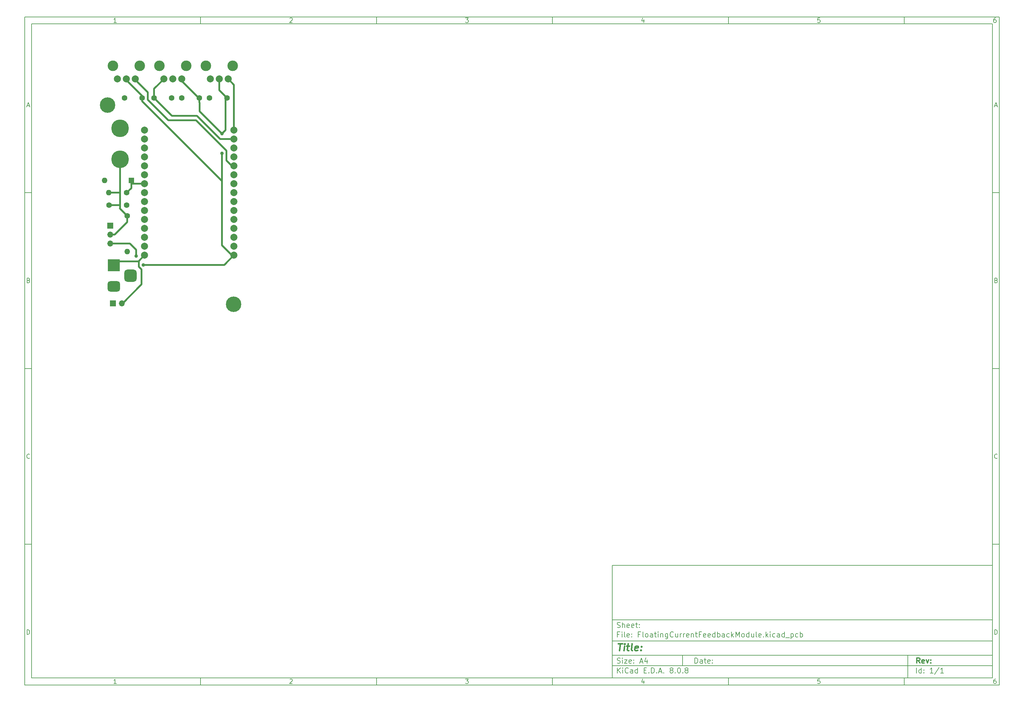
<source format=gbr>
%TF.GenerationSoftware,KiCad,Pcbnew,8.0.8*%
%TF.CreationDate,2025-05-01T12:34:51+01:00*%
%TF.ProjectId,FloatingCurrentFeedbackModule,466c6f61-7469-46e6-9743-757272656e74,rev?*%
%TF.SameCoordinates,Original*%
%TF.FileFunction,Copper,L1,Top*%
%TF.FilePolarity,Positive*%
%FSLAX46Y46*%
G04 Gerber Fmt 4.6, Leading zero omitted, Abs format (unit mm)*
G04 Created by KiCad (PCBNEW 8.0.8) date 2025-05-01 12:34:51*
%MOMM*%
%LPD*%
G01*
G04 APERTURE LIST*
G04 Aperture macros list*
%AMRoundRect*
0 Rectangle with rounded corners*
0 $1 Rounding radius*
0 $2 $3 $4 $5 $6 $7 $8 $9 X,Y pos of 4 corners*
0 Add a 4 corners polygon primitive as box body*
4,1,4,$2,$3,$4,$5,$6,$7,$8,$9,$2,$3,0*
0 Add four circle primitives for the rounded corners*
1,1,$1+$1,$2,$3*
1,1,$1+$1,$4,$5*
1,1,$1+$1,$6,$7*
1,1,$1+$1,$8,$9*
0 Add four rect primitives between the rounded corners*
20,1,$1+$1,$2,$3,$4,$5,0*
20,1,$1+$1,$4,$5,$6,$7,0*
20,1,$1+$1,$6,$7,$8,$9,0*
20,1,$1+$1,$8,$9,$2,$3,0*%
G04 Aperture macros list end*
%ADD10C,0.100000*%
%ADD11C,0.150000*%
%ADD12C,0.300000*%
%ADD13C,0.400000*%
%TA.AperFunction,ComponentPad*%
%ADD14O,1.600000X1.600000*%
%TD*%
%TA.AperFunction,ComponentPad*%
%ADD15C,1.600000*%
%TD*%
%TA.AperFunction,ComponentPad*%
%ADD16R,3.500000X3.500000*%
%TD*%
%TA.AperFunction,ComponentPad*%
%ADD17RoundRect,0.750000X1.000000X-0.750000X1.000000X0.750000X-1.000000X0.750000X-1.000000X-0.750000X0*%
%TD*%
%TA.AperFunction,ComponentPad*%
%ADD18RoundRect,0.875000X0.875000X-0.875000X0.875000X0.875000X-0.875000X0.875000X-0.875000X-0.875000X0*%
%TD*%
%TA.AperFunction,ComponentPad*%
%ADD19C,5.000000*%
%TD*%
%TA.AperFunction,ComponentPad*%
%ADD20R,1.700000X1.700000*%
%TD*%
%TA.AperFunction,ComponentPad*%
%ADD21O,1.700000X1.700000*%
%TD*%
%TA.AperFunction,ComponentPad*%
%ADD22C,2.000000*%
%TD*%
%TA.AperFunction,WasherPad*%
%ADD23C,3.000000*%
%TD*%
%TA.AperFunction,ComponentPad*%
%ADD24R,1.600000X1.600000*%
%TD*%
%TA.AperFunction,ComponentPad*%
%ADD25C,4.400000*%
%TD*%
%TA.AperFunction,ViaPad*%
%ADD26C,1.000000*%
%TD*%
%TA.AperFunction,Conductor*%
%ADD27C,0.500000*%
%TD*%
G04 APERTURE END LIST*
D10*
D11*
X177002200Y-166007200D02*
X285002200Y-166007200D01*
X285002200Y-198007200D01*
X177002200Y-198007200D01*
X177002200Y-166007200D01*
D10*
D11*
X10000000Y-10000000D02*
X287002200Y-10000000D01*
X287002200Y-200007200D01*
X10000000Y-200007200D01*
X10000000Y-10000000D01*
D10*
D11*
X12000000Y-12000000D02*
X285002200Y-12000000D01*
X285002200Y-198007200D01*
X12000000Y-198007200D01*
X12000000Y-12000000D01*
D10*
D11*
X60000000Y-12000000D02*
X60000000Y-10000000D01*
D10*
D11*
X110000000Y-12000000D02*
X110000000Y-10000000D01*
D10*
D11*
X160000000Y-12000000D02*
X160000000Y-10000000D01*
D10*
D11*
X210000000Y-12000000D02*
X210000000Y-10000000D01*
D10*
D11*
X260000000Y-12000000D02*
X260000000Y-10000000D01*
D10*
D11*
X36089160Y-11593604D02*
X35346303Y-11593604D01*
X35717731Y-11593604D02*
X35717731Y-10293604D01*
X35717731Y-10293604D02*
X35593922Y-10479319D01*
X35593922Y-10479319D02*
X35470112Y-10603128D01*
X35470112Y-10603128D02*
X35346303Y-10665033D01*
D10*
D11*
X85346303Y-10417414D02*
X85408207Y-10355509D01*
X85408207Y-10355509D02*
X85532017Y-10293604D01*
X85532017Y-10293604D02*
X85841541Y-10293604D01*
X85841541Y-10293604D02*
X85965350Y-10355509D01*
X85965350Y-10355509D02*
X86027255Y-10417414D01*
X86027255Y-10417414D02*
X86089160Y-10541223D01*
X86089160Y-10541223D02*
X86089160Y-10665033D01*
X86089160Y-10665033D02*
X86027255Y-10850747D01*
X86027255Y-10850747D02*
X85284398Y-11593604D01*
X85284398Y-11593604D02*
X86089160Y-11593604D01*
D10*
D11*
X135284398Y-10293604D02*
X136089160Y-10293604D01*
X136089160Y-10293604D02*
X135655826Y-10788842D01*
X135655826Y-10788842D02*
X135841541Y-10788842D01*
X135841541Y-10788842D02*
X135965350Y-10850747D01*
X135965350Y-10850747D02*
X136027255Y-10912652D01*
X136027255Y-10912652D02*
X136089160Y-11036461D01*
X136089160Y-11036461D02*
X136089160Y-11345985D01*
X136089160Y-11345985D02*
X136027255Y-11469795D01*
X136027255Y-11469795D02*
X135965350Y-11531700D01*
X135965350Y-11531700D02*
X135841541Y-11593604D01*
X135841541Y-11593604D02*
X135470112Y-11593604D01*
X135470112Y-11593604D02*
X135346303Y-11531700D01*
X135346303Y-11531700D02*
X135284398Y-11469795D01*
D10*
D11*
X185965350Y-10726938D02*
X185965350Y-11593604D01*
X185655826Y-10231700D02*
X185346303Y-11160271D01*
X185346303Y-11160271D02*
X186151064Y-11160271D01*
D10*
D11*
X236027255Y-10293604D02*
X235408207Y-10293604D01*
X235408207Y-10293604D02*
X235346303Y-10912652D01*
X235346303Y-10912652D02*
X235408207Y-10850747D01*
X235408207Y-10850747D02*
X235532017Y-10788842D01*
X235532017Y-10788842D02*
X235841541Y-10788842D01*
X235841541Y-10788842D02*
X235965350Y-10850747D01*
X235965350Y-10850747D02*
X236027255Y-10912652D01*
X236027255Y-10912652D02*
X236089160Y-11036461D01*
X236089160Y-11036461D02*
X236089160Y-11345985D01*
X236089160Y-11345985D02*
X236027255Y-11469795D01*
X236027255Y-11469795D02*
X235965350Y-11531700D01*
X235965350Y-11531700D02*
X235841541Y-11593604D01*
X235841541Y-11593604D02*
X235532017Y-11593604D01*
X235532017Y-11593604D02*
X235408207Y-11531700D01*
X235408207Y-11531700D02*
X235346303Y-11469795D01*
D10*
D11*
X285965350Y-10293604D02*
X285717731Y-10293604D01*
X285717731Y-10293604D02*
X285593922Y-10355509D01*
X285593922Y-10355509D02*
X285532017Y-10417414D01*
X285532017Y-10417414D02*
X285408207Y-10603128D01*
X285408207Y-10603128D02*
X285346303Y-10850747D01*
X285346303Y-10850747D02*
X285346303Y-11345985D01*
X285346303Y-11345985D02*
X285408207Y-11469795D01*
X285408207Y-11469795D02*
X285470112Y-11531700D01*
X285470112Y-11531700D02*
X285593922Y-11593604D01*
X285593922Y-11593604D02*
X285841541Y-11593604D01*
X285841541Y-11593604D02*
X285965350Y-11531700D01*
X285965350Y-11531700D02*
X286027255Y-11469795D01*
X286027255Y-11469795D02*
X286089160Y-11345985D01*
X286089160Y-11345985D02*
X286089160Y-11036461D01*
X286089160Y-11036461D02*
X286027255Y-10912652D01*
X286027255Y-10912652D02*
X285965350Y-10850747D01*
X285965350Y-10850747D02*
X285841541Y-10788842D01*
X285841541Y-10788842D02*
X285593922Y-10788842D01*
X285593922Y-10788842D02*
X285470112Y-10850747D01*
X285470112Y-10850747D02*
X285408207Y-10912652D01*
X285408207Y-10912652D02*
X285346303Y-11036461D01*
D10*
D11*
X60000000Y-198007200D02*
X60000000Y-200007200D01*
D10*
D11*
X110000000Y-198007200D02*
X110000000Y-200007200D01*
D10*
D11*
X160000000Y-198007200D02*
X160000000Y-200007200D01*
D10*
D11*
X210000000Y-198007200D02*
X210000000Y-200007200D01*
D10*
D11*
X260000000Y-198007200D02*
X260000000Y-200007200D01*
D10*
D11*
X36089160Y-199600804D02*
X35346303Y-199600804D01*
X35717731Y-199600804D02*
X35717731Y-198300804D01*
X35717731Y-198300804D02*
X35593922Y-198486519D01*
X35593922Y-198486519D02*
X35470112Y-198610328D01*
X35470112Y-198610328D02*
X35346303Y-198672233D01*
D10*
D11*
X85346303Y-198424614D02*
X85408207Y-198362709D01*
X85408207Y-198362709D02*
X85532017Y-198300804D01*
X85532017Y-198300804D02*
X85841541Y-198300804D01*
X85841541Y-198300804D02*
X85965350Y-198362709D01*
X85965350Y-198362709D02*
X86027255Y-198424614D01*
X86027255Y-198424614D02*
X86089160Y-198548423D01*
X86089160Y-198548423D02*
X86089160Y-198672233D01*
X86089160Y-198672233D02*
X86027255Y-198857947D01*
X86027255Y-198857947D02*
X85284398Y-199600804D01*
X85284398Y-199600804D02*
X86089160Y-199600804D01*
D10*
D11*
X135284398Y-198300804D02*
X136089160Y-198300804D01*
X136089160Y-198300804D02*
X135655826Y-198796042D01*
X135655826Y-198796042D02*
X135841541Y-198796042D01*
X135841541Y-198796042D02*
X135965350Y-198857947D01*
X135965350Y-198857947D02*
X136027255Y-198919852D01*
X136027255Y-198919852D02*
X136089160Y-199043661D01*
X136089160Y-199043661D02*
X136089160Y-199353185D01*
X136089160Y-199353185D02*
X136027255Y-199476995D01*
X136027255Y-199476995D02*
X135965350Y-199538900D01*
X135965350Y-199538900D02*
X135841541Y-199600804D01*
X135841541Y-199600804D02*
X135470112Y-199600804D01*
X135470112Y-199600804D02*
X135346303Y-199538900D01*
X135346303Y-199538900D02*
X135284398Y-199476995D01*
D10*
D11*
X185965350Y-198734138D02*
X185965350Y-199600804D01*
X185655826Y-198238900D02*
X185346303Y-199167471D01*
X185346303Y-199167471D02*
X186151064Y-199167471D01*
D10*
D11*
X236027255Y-198300804D02*
X235408207Y-198300804D01*
X235408207Y-198300804D02*
X235346303Y-198919852D01*
X235346303Y-198919852D02*
X235408207Y-198857947D01*
X235408207Y-198857947D02*
X235532017Y-198796042D01*
X235532017Y-198796042D02*
X235841541Y-198796042D01*
X235841541Y-198796042D02*
X235965350Y-198857947D01*
X235965350Y-198857947D02*
X236027255Y-198919852D01*
X236027255Y-198919852D02*
X236089160Y-199043661D01*
X236089160Y-199043661D02*
X236089160Y-199353185D01*
X236089160Y-199353185D02*
X236027255Y-199476995D01*
X236027255Y-199476995D02*
X235965350Y-199538900D01*
X235965350Y-199538900D02*
X235841541Y-199600804D01*
X235841541Y-199600804D02*
X235532017Y-199600804D01*
X235532017Y-199600804D02*
X235408207Y-199538900D01*
X235408207Y-199538900D02*
X235346303Y-199476995D01*
D10*
D11*
X285965350Y-198300804D02*
X285717731Y-198300804D01*
X285717731Y-198300804D02*
X285593922Y-198362709D01*
X285593922Y-198362709D02*
X285532017Y-198424614D01*
X285532017Y-198424614D02*
X285408207Y-198610328D01*
X285408207Y-198610328D02*
X285346303Y-198857947D01*
X285346303Y-198857947D02*
X285346303Y-199353185D01*
X285346303Y-199353185D02*
X285408207Y-199476995D01*
X285408207Y-199476995D02*
X285470112Y-199538900D01*
X285470112Y-199538900D02*
X285593922Y-199600804D01*
X285593922Y-199600804D02*
X285841541Y-199600804D01*
X285841541Y-199600804D02*
X285965350Y-199538900D01*
X285965350Y-199538900D02*
X286027255Y-199476995D01*
X286027255Y-199476995D02*
X286089160Y-199353185D01*
X286089160Y-199353185D02*
X286089160Y-199043661D01*
X286089160Y-199043661D02*
X286027255Y-198919852D01*
X286027255Y-198919852D02*
X285965350Y-198857947D01*
X285965350Y-198857947D02*
X285841541Y-198796042D01*
X285841541Y-198796042D02*
X285593922Y-198796042D01*
X285593922Y-198796042D02*
X285470112Y-198857947D01*
X285470112Y-198857947D02*
X285408207Y-198919852D01*
X285408207Y-198919852D02*
X285346303Y-199043661D01*
D10*
D11*
X10000000Y-60000000D02*
X12000000Y-60000000D01*
D10*
D11*
X10000000Y-110000000D02*
X12000000Y-110000000D01*
D10*
D11*
X10000000Y-160000000D02*
X12000000Y-160000000D01*
D10*
D11*
X10690476Y-35222176D02*
X11309523Y-35222176D01*
X10566666Y-35593604D02*
X10999999Y-34293604D01*
X10999999Y-34293604D02*
X11433333Y-35593604D01*
D10*
D11*
X11092857Y-84912652D02*
X11278571Y-84974557D01*
X11278571Y-84974557D02*
X11340476Y-85036461D01*
X11340476Y-85036461D02*
X11402380Y-85160271D01*
X11402380Y-85160271D02*
X11402380Y-85345985D01*
X11402380Y-85345985D02*
X11340476Y-85469795D01*
X11340476Y-85469795D02*
X11278571Y-85531700D01*
X11278571Y-85531700D02*
X11154761Y-85593604D01*
X11154761Y-85593604D02*
X10659523Y-85593604D01*
X10659523Y-85593604D02*
X10659523Y-84293604D01*
X10659523Y-84293604D02*
X11092857Y-84293604D01*
X11092857Y-84293604D02*
X11216666Y-84355509D01*
X11216666Y-84355509D02*
X11278571Y-84417414D01*
X11278571Y-84417414D02*
X11340476Y-84541223D01*
X11340476Y-84541223D02*
X11340476Y-84665033D01*
X11340476Y-84665033D02*
X11278571Y-84788842D01*
X11278571Y-84788842D02*
X11216666Y-84850747D01*
X11216666Y-84850747D02*
X11092857Y-84912652D01*
X11092857Y-84912652D02*
X10659523Y-84912652D01*
D10*
D11*
X11402380Y-135469795D02*
X11340476Y-135531700D01*
X11340476Y-135531700D02*
X11154761Y-135593604D01*
X11154761Y-135593604D02*
X11030952Y-135593604D01*
X11030952Y-135593604D02*
X10845238Y-135531700D01*
X10845238Y-135531700D02*
X10721428Y-135407890D01*
X10721428Y-135407890D02*
X10659523Y-135284080D01*
X10659523Y-135284080D02*
X10597619Y-135036461D01*
X10597619Y-135036461D02*
X10597619Y-134850747D01*
X10597619Y-134850747D02*
X10659523Y-134603128D01*
X10659523Y-134603128D02*
X10721428Y-134479319D01*
X10721428Y-134479319D02*
X10845238Y-134355509D01*
X10845238Y-134355509D02*
X11030952Y-134293604D01*
X11030952Y-134293604D02*
X11154761Y-134293604D01*
X11154761Y-134293604D02*
X11340476Y-134355509D01*
X11340476Y-134355509D02*
X11402380Y-134417414D01*
D10*
D11*
X10659523Y-185593604D02*
X10659523Y-184293604D01*
X10659523Y-184293604D02*
X10969047Y-184293604D01*
X10969047Y-184293604D02*
X11154761Y-184355509D01*
X11154761Y-184355509D02*
X11278571Y-184479319D01*
X11278571Y-184479319D02*
X11340476Y-184603128D01*
X11340476Y-184603128D02*
X11402380Y-184850747D01*
X11402380Y-184850747D02*
X11402380Y-185036461D01*
X11402380Y-185036461D02*
X11340476Y-185284080D01*
X11340476Y-185284080D02*
X11278571Y-185407890D01*
X11278571Y-185407890D02*
X11154761Y-185531700D01*
X11154761Y-185531700D02*
X10969047Y-185593604D01*
X10969047Y-185593604D02*
X10659523Y-185593604D01*
D10*
D11*
X287002200Y-60000000D02*
X285002200Y-60000000D01*
D10*
D11*
X287002200Y-110000000D02*
X285002200Y-110000000D01*
D10*
D11*
X287002200Y-160000000D02*
X285002200Y-160000000D01*
D10*
D11*
X285692676Y-35222176D02*
X286311723Y-35222176D01*
X285568866Y-35593604D02*
X286002199Y-34293604D01*
X286002199Y-34293604D02*
X286435533Y-35593604D01*
D10*
D11*
X286095057Y-84912652D02*
X286280771Y-84974557D01*
X286280771Y-84974557D02*
X286342676Y-85036461D01*
X286342676Y-85036461D02*
X286404580Y-85160271D01*
X286404580Y-85160271D02*
X286404580Y-85345985D01*
X286404580Y-85345985D02*
X286342676Y-85469795D01*
X286342676Y-85469795D02*
X286280771Y-85531700D01*
X286280771Y-85531700D02*
X286156961Y-85593604D01*
X286156961Y-85593604D02*
X285661723Y-85593604D01*
X285661723Y-85593604D02*
X285661723Y-84293604D01*
X285661723Y-84293604D02*
X286095057Y-84293604D01*
X286095057Y-84293604D02*
X286218866Y-84355509D01*
X286218866Y-84355509D02*
X286280771Y-84417414D01*
X286280771Y-84417414D02*
X286342676Y-84541223D01*
X286342676Y-84541223D02*
X286342676Y-84665033D01*
X286342676Y-84665033D02*
X286280771Y-84788842D01*
X286280771Y-84788842D02*
X286218866Y-84850747D01*
X286218866Y-84850747D02*
X286095057Y-84912652D01*
X286095057Y-84912652D02*
X285661723Y-84912652D01*
D10*
D11*
X286404580Y-135469795D02*
X286342676Y-135531700D01*
X286342676Y-135531700D02*
X286156961Y-135593604D01*
X286156961Y-135593604D02*
X286033152Y-135593604D01*
X286033152Y-135593604D02*
X285847438Y-135531700D01*
X285847438Y-135531700D02*
X285723628Y-135407890D01*
X285723628Y-135407890D02*
X285661723Y-135284080D01*
X285661723Y-135284080D02*
X285599819Y-135036461D01*
X285599819Y-135036461D02*
X285599819Y-134850747D01*
X285599819Y-134850747D02*
X285661723Y-134603128D01*
X285661723Y-134603128D02*
X285723628Y-134479319D01*
X285723628Y-134479319D02*
X285847438Y-134355509D01*
X285847438Y-134355509D02*
X286033152Y-134293604D01*
X286033152Y-134293604D02*
X286156961Y-134293604D01*
X286156961Y-134293604D02*
X286342676Y-134355509D01*
X286342676Y-134355509D02*
X286404580Y-134417414D01*
D10*
D11*
X285661723Y-185593604D02*
X285661723Y-184293604D01*
X285661723Y-184293604D02*
X285971247Y-184293604D01*
X285971247Y-184293604D02*
X286156961Y-184355509D01*
X286156961Y-184355509D02*
X286280771Y-184479319D01*
X286280771Y-184479319D02*
X286342676Y-184603128D01*
X286342676Y-184603128D02*
X286404580Y-184850747D01*
X286404580Y-184850747D02*
X286404580Y-185036461D01*
X286404580Y-185036461D02*
X286342676Y-185284080D01*
X286342676Y-185284080D02*
X286280771Y-185407890D01*
X286280771Y-185407890D02*
X286156961Y-185531700D01*
X286156961Y-185531700D02*
X285971247Y-185593604D01*
X285971247Y-185593604D02*
X285661723Y-185593604D01*
D10*
D11*
X200458026Y-193793328D02*
X200458026Y-192293328D01*
X200458026Y-192293328D02*
X200815169Y-192293328D01*
X200815169Y-192293328D02*
X201029455Y-192364757D01*
X201029455Y-192364757D02*
X201172312Y-192507614D01*
X201172312Y-192507614D02*
X201243741Y-192650471D01*
X201243741Y-192650471D02*
X201315169Y-192936185D01*
X201315169Y-192936185D02*
X201315169Y-193150471D01*
X201315169Y-193150471D02*
X201243741Y-193436185D01*
X201243741Y-193436185D02*
X201172312Y-193579042D01*
X201172312Y-193579042D02*
X201029455Y-193721900D01*
X201029455Y-193721900D02*
X200815169Y-193793328D01*
X200815169Y-193793328D02*
X200458026Y-193793328D01*
X202600884Y-193793328D02*
X202600884Y-193007614D01*
X202600884Y-193007614D02*
X202529455Y-192864757D01*
X202529455Y-192864757D02*
X202386598Y-192793328D01*
X202386598Y-192793328D02*
X202100884Y-192793328D01*
X202100884Y-192793328D02*
X201958026Y-192864757D01*
X202600884Y-193721900D02*
X202458026Y-193793328D01*
X202458026Y-193793328D02*
X202100884Y-193793328D01*
X202100884Y-193793328D02*
X201958026Y-193721900D01*
X201958026Y-193721900D02*
X201886598Y-193579042D01*
X201886598Y-193579042D02*
X201886598Y-193436185D01*
X201886598Y-193436185D02*
X201958026Y-193293328D01*
X201958026Y-193293328D02*
X202100884Y-193221900D01*
X202100884Y-193221900D02*
X202458026Y-193221900D01*
X202458026Y-193221900D02*
X202600884Y-193150471D01*
X203100884Y-192793328D02*
X203672312Y-192793328D01*
X203315169Y-192293328D02*
X203315169Y-193579042D01*
X203315169Y-193579042D02*
X203386598Y-193721900D01*
X203386598Y-193721900D02*
X203529455Y-193793328D01*
X203529455Y-193793328D02*
X203672312Y-193793328D01*
X204743741Y-193721900D02*
X204600884Y-193793328D01*
X204600884Y-193793328D02*
X204315170Y-193793328D01*
X204315170Y-193793328D02*
X204172312Y-193721900D01*
X204172312Y-193721900D02*
X204100884Y-193579042D01*
X204100884Y-193579042D02*
X204100884Y-193007614D01*
X204100884Y-193007614D02*
X204172312Y-192864757D01*
X204172312Y-192864757D02*
X204315170Y-192793328D01*
X204315170Y-192793328D02*
X204600884Y-192793328D01*
X204600884Y-192793328D02*
X204743741Y-192864757D01*
X204743741Y-192864757D02*
X204815170Y-193007614D01*
X204815170Y-193007614D02*
X204815170Y-193150471D01*
X204815170Y-193150471D02*
X204100884Y-193293328D01*
X205458026Y-193650471D02*
X205529455Y-193721900D01*
X205529455Y-193721900D02*
X205458026Y-193793328D01*
X205458026Y-193793328D02*
X205386598Y-193721900D01*
X205386598Y-193721900D02*
X205458026Y-193650471D01*
X205458026Y-193650471D02*
X205458026Y-193793328D01*
X205458026Y-192864757D02*
X205529455Y-192936185D01*
X205529455Y-192936185D02*
X205458026Y-193007614D01*
X205458026Y-193007614D02*
X205386598Y-192936185D01*
X205386598Y-192936185D02*
X205458026Y-192864757D01*
X205458026Y-192864757D02*
X205458026Y-193007614D01*
D10*
D11*
X177002200Y-194507200D02*
X285002200Y-194507200D01*
D10*
D11*
X178458026Y-196593328D02*
X178458026Y-195093328D01*
X179315169Y-196593328D02*
X178672312Y-195736185D01*
X179315169Y-195093328D02*
X178458026Y-195950471D01*
X179958026Y-196593328D02*
X179958026Y-195593328D01*
X179958026Y-195093328D02*
X179886598Y-195164757D01*
X179886598Y-195164757D02*
X179958026Y-195236185D01*
X179958026Y-195236185D02*
X180029455Y-195164757D01*
X180029455Y-195164757D02*
X179958026Y-195093328D01*
X179958026Y-195093328D02*
X179958026Y-195236185D01*
X181529455Y-196450471D02*
X181458027Y-196521900D01*
X181458027Y-196521900D02*
X181243741Y-196593328D01*
X181243741Y-196593328D02*
X181100884Y-196593328D01*
X181100884Y-196593328D02*
X180886598Y-196521900D01*
X180886598Y-196521900D02*
X180743741Y-196379042D01*
X180743741Y-196379042D02*
X180672312Y-196236185D01*
X180672312Y-196236185D02*
X180600884Y-195950471D01*
X180600884Y-195950471D02*
X180600884Y-195736185D01*
X180600884Y-195736185D02*
X180672312Y-195450471D01*
X180672312Y-195450471D02*
X180743741Y-195307614D01*
X180743741Y-195307614D02*
X180886598Y-195164757D01*
X180886598Y-195164757D02*
X181100884Y-195093328D01*
X181100884Y-195093328D02*
X181243741Y-195093328D01*
X181243741Y-195093328D02*
X181458027Y-195164757D01*
X181458027Y-195164757D02*
X181529455Y-195236185D01*
X182815170Y-196593328D02*
X182815170Y-195807614D01*
X182815170Y-195807614D02*
X182743741Y-195664757D01*
X182743741Y-195664757D02*
X182600884Y-195593328D01*
X182600884Y-195593328D02*
X182315170Y-195593328D01*
X182315170Y-195593328D02*
X182172312Y-195664757D01*
X182815170Y-196521900D02*
X182672312Y-196593328D01*
X182672312Y-196593328D02*
X182315170Y-196593328D01*
X182315170Y-196593328D02*
X182172312Y-196521900D01*
X182172312Y-196521900D02*
X182100884Y-196379042D01*
X182100884Y-196379042D02*
X182100884Y-196236185D01*
X182100884Y-196236185D02*
X182172312Y-196093328D01*
X182172312Y-196093328D02*
X182315170Y-196021900D01*
X182315170Y-196021900D02*
X182672312Y-196021900D01*
X182672312Y-196021900D02*
X182815170Y-195950471D01*
X184172313Y-196593328D02*
X184172313Y-195093328D01*
X184172313Y-196521900D02*
X184029455Y-196593328D01*
X184029455Y-196593328D02*
X183743741Y-196593328D01*
X183743741Y-196593328D02*
X183600884Y-196521900D01*
X183600884Y-196521900D02*
X183529455Y-196450471D01*
X183529455Y-196450471D02*
X183458027Y-196307614D01*
X183458027Y-196307614D02*
X183458027Y-195879042D01*
X183458027Y-195879042D02*
X183529455Y-195736185D01*
X183529455Y-195736185D02*
X183600884Y-195664757D01*
X183600884Y-195664757D02*
X183743741Y-195593328D01*
X183743741Y-195593328D02*
X184029455Y-195593328D01*
X184029455Y-195593328D02*
X184172313Y-195664757D01*
X186029455Y-195807614D02*
X186529455Y-195807614D01*
X186743741Y-196593328D02*
X186029455Y-196593328D01*
X186029455Y-196593328D02*
X186029455Y-195093328D01*
X186029455Y-195093328D02*
X186743741Y-195093328D01*
X187386598Y-196450471D02*
X187458027Y-196521900D01*
X187458027Y-196521900D02*
X187386598Y-196593328D01*
X187386598Y-196593328D02*
X187315170Y-196521900D01*
X187315170Y-196521900D02*
X187386598Y-196450471D01*
X187386598Y-196450471D02*
X187386598Y-196593328D01*
X188100884Y-196593328D02*
X188100884Y-195093328D01*
X188100884Y-195093328D02*
X188458027Y-195093328D01*
X188458027Y-195093328D02*
X188672313Y-195164757D01*
X188672313Y-195164757D02*
X188815170Y-195307614D01*
X188815170Y-195307614D02*
X188886599Y-195450471D01*
X188886599Y-195450471D02*
X188958027Y-195736185D01*
X188958027Y-195736185D02*
X188958027Y-195950471D01*
X188958027Y-195950471D02*
X188886599Y-196236185D01*
X188886599Y-196236185D02*
X188815170Y-196379042D01*
X188815170Y-196379042D02*
X188672313Y-196521900D01*
X188672313Y-196521900D02*
X188458027Y-196593328D01*
X188458027Y-196593328D02*
X188100884Y-196593328D01*
X189600884Y-196450471D02*
X189672313Y-196521900D01*
X189672313Y-196521900D02*
X189600884Y-196593328D01*
X189600884Y-196593328D02*
X189529456Y-196521900D01*
X189529456Y-196521900D02*
X189600884Y-196450471D01*
X189600884Y-196450471D02*
X189600884Y-196593328D01*
X190243742Y-196164757D02*
X190958028Y-196164757D01*
X190100885Y-196593328D02*
X190600885Y-195093328D01*
X190600885Y-195093328D02*
X191100885Y-196593328D01*
X191600884Y-196450471D02*
X191672313Y-196521900D01*
X191672313Y-196521900D02*
X191600884Y-196593328D01*
X191600884Y-196593328D02*
X191529456Y-196521900D01*
X191529456Y-196521900D02*
X191600884Y-196450471D01*
X191600884Y-196450471D02*
X191600884Y-196593328D01*
X193672313Y-195736185D02*
X193529456Y-195664757D01*
X193529456Y-195664757D02*
X193458027Y-195593328D01*
X193458027Y-195593328D02*
X193386599Y-195450471D01*
X193386599Y-195450471D02*
X193386599Y-195379042D01*
X193386599Y-195379042D02*
X193458027Y-195236185D01*
X193458027Y-195236185D02*
X193529456Y-195164757D01*
X193529456Y-195164757D02*
X193672313Y-195093328D01*
X193672313Y-195093328D02*
X193958027Y-195093328D01*
X193958027Y-195093328D02*
X194100885Y-195164757D01*
X194100885Y-195164757D02*
X194172313Y-195236185D01*
X194172313Y-195236185D02*
X194243742Y-195379042D01*
X194243742Y-195379042D02*
X194243742Y-195450471D01*
X194243742Y-195450471D02*
X194172313Y-195593328D01*
X194172313Y-195593328D02*
X194100885Y-195664757D01*
X194100885Y-195664757D02*
X193958027Y-195736185D01*
X193958027Y-195736185D02*
X193672313Y-195736185D01*
X193672313Y-195736185D02*
X193529456Y-195807614D01*
X193529456Y-195807614D02*
X193458027Y-195879042D01*
X193458027Y-195879042D02*
X193386599Y-196021900D01*
X193386599Y-196021900D02*
X193386599Y-196307614D01*
X193386599Y-196307614D02*
X193458027Y-196450471D01*
X193458027Y-196450471D02*
X193529456Y-196521900D01*
X193529456Y-196521900D02*
X193672313Y-196593328D01*
X193672313Y-196593328D02*
X193958027Y-196593328D01*
X193958027Y-196593328D02*
X194100885Y-196521900D01*
X194100885Y-196521900D02*
X194172313Y-196450471D01*
X194172313Y-196450471D02*
X194243742Y-196307614D01*
X194243742Y-196307614D02*
X194243742Y-196021900D01*
X194243742Y-196021900D02*
X194172313Y-195879042D01*
X194172313Y-195879042D02*
X194100885Y-195807614D01*
X194100885Y-195807614D02*
X193958027Y-195736185D01*
X194886598Y-196450471D02*
X194958027Y-196521900D01*
X194958027Y-196521900D02*
X194886598Y-196593328D01*
X194886598Y-196593328D02*
X194815170Y-196521900D01*
X194815170Y-196521900D02*
X194886598Y-196450471D01*
X194886598Y-196450471D02*
X194886598Y-196593328D01*
X195886599Y-195093328D02*
X196029456Y-195093328D01*
X196029456Y-195093328D02*
X196172313Y-195164757D01*
X196172313Y-195164757D02*
X196243742Y-195236185D01*
X196243742Y-195236185D02*
X196315170Y-195379042D01*
X196315170Y-195379042D02*
X196386599Y-195664757D01*
X196386599Y-195664757D02*
X196386599Y-196021900D01*
X196386599Y-196021900D02*
X196315170Y-196307614D01*
X196315170Y-196307614D02*
X196243742Y-196450471D01*
X196243742Y-196450471D02*
X196172313Y-196521900D01*
X196172313Y-196521900D02*
X196029456Y-196593328D01*
X196029456Y-196593328D02*
X195886599Y-196593328D01*
X195886599Y-196593328D02*
X195743742Y-196521900D01*
X195743742Y-196521900D02*
X195672313Y-196450471D01*
X195672313Y-196450471D02*
X195600884Y-196307614D01*
X195600884Y-196307614D02*
X195529456Y-196021900D01*
X195529456Y-196021900D02*
X195529456Y-195664757D01*
X195529456Y-195664757D02*
X195600884Y-195379042D01*
X195600884Y-195379042D02*
X195672313Y-195236185D01*
X195672313Y-195236185D02*
X195743742Y-195164757D01*
X195743742Y-195164757D02*
X195886599Y-195093328D01*
X197029455Y-196450471D02*
X197100884Y-196521900D01*
X197100884Y-196521900D02*
X197029455Y-196593328D01*
X197029455Y-196593328D02*
X196958027Y-196521900D01*
X196958027Y-196521900D02*
X197029455Y-196450471D01*
X197029455Y-196450471D02*
X197029455Y-196593328D01*
X197958027Y-195736185D02*
X197815170Y-195664757D01*
X197815170Y-195664757D02*
X197743741Y-195593328D01*
X197743741Y-195593328D02*
X197672313Y-195450471D01*
X197672313Y-195450471D02*
X197672313Y-195379042D01*
X197672313Y-195379042D02*
X197743741Y-195236185D01*
X197743741Y-195236185D02*
X197815170Y-195164757D01*
X197815170Y-195164757D02*
X197958027Y-195093328D01*
X197958027Y-195093328D02*
X198243741Y-195093328D01*
X198243741Y-195093328D02*
X198386599Y-195164757D01*
X198386599Y-195164757D02*
X198458027Y-195236185D01*
X198458027Y-195236185D02*
X198529456Y-195379042D01*
X198529456Y-195379042D02*
X198529456Y-195450471D01*
X198529456Y-195450471D02*
X198458027Y-195593328D01*
X198458027Y-195593328D02*
X198386599Y-195664757D01*
X198386599Y-195664757D02*
X198243741Y-195736185D01*
X198243741Y-195736185D02*
X197958027Y-195736185D01*
X197958027Y-195736185D02*
X197815170Y-195807614D01*
X197815170Y-195807614D02*
X197743741Y-195879042D01*
X197743741Y-195879042D02*
X197672313Y-196021900D01*
X197672313Y-196021900D02*
X197672313Y-196307614D01*
X197672313Y-196307614D02*
X197743741Y-196450471D01*
X197743741Y-196450471D02*
X197815170Y-196521900D01*
X197815170Y-196521900D02*
X197958027Y-196593328D01*
X197958027Y-196593328D02*
X198243741Y-196593328D01*
X198243741Y-196593328D02*
X198386599Y-196521900D01*
X198386599Y-196521900D02*
X198458027Y-196450471D01*
X198458027Y-196450471D02*
X198529456Y-196307614D01*
X198529456Y-196307614D02*
X198529456Y-196021900D01*
X198529456Y-196021900D02*
X198458027Y-195879042D01*
X198458027Y-195879042D02*
X198386599Y-195807614D01*
X198386599Y-195807614D02*
X198243741Y-195736185D01*
D10*
D11*
X177002200Y-191507200D02*
X285002200Y-191507200D01*
D10*
D12*
X264413853Y-193785528D02*
X263913853Y-193071242D01*
X263556710Y-193785528D02*
X263556710Y-192285528D01*
X263556710Y-192285528D02*
X264128139Y-192285528D01*
X264128139Y-192285528D02*
X264270996Y-192356957D01*
X264270996Y-192356957D02*
X264342425Y-192428385D01*
X264342425Y-192428385D02*
X264413853Y-192571242D01*
X264413853Y-192571242D02*
X264413853Y-192785528D01*
X264413853Y-192785528D02*
X264342425Y-192928385D01*
X264342425Y-192928385D02*
X264270996Y-192999814D01*
X264270996Y-192999814D02*
X264128139Y-193071242D01*
X264128139Y-193071242D02*
X263556710Y-193071242D01*
X265628139Y-193714100D02*
X265485282Y-193785528D01*
X265485282Y-193785528D02*
X265199568Y-193785528D01*
X265199568Y-193785528D02*
X265056710Y-193714100D01*
X265056710Y-193714100D02*
X264985282Y-193571242D01*
X264985282Y-193571242D02*
X264985282Y-192999814D01*
X264985282Y-192999814D02*
X265056710Y-192856957D01*
X265056710Y-192856957D02*
X265199568Y-192785528D01*
X265199568Y-192785528D02*
X265485282Y-192785528D01*
X265485282Y-192785528D02*
X265628139Y-192856957D01*
X265628139Y-192856957D02*
X265699568Y-192999814D01*
X265699568Y-192999814D02*
X265699568Y-193142671D01*
X265699568Y-193142671D02*
X264985282Y-193285528D01*
X266199567Y-192785528D02*
X266556710Y-193785528D01*
X266556710Y-193785528D02*
X266913853Y-192785528D01*
X267485281Y-193642671D02*
X267556710Y-193714100D01*
X267556710Y-193714100D02*
X267485281Y-193785528D01*
X267485281Y-193785528D02*
X267413853Y-193714100D01*
X267413853Y-193714100D02*
X267485281Y-193642671D01*
X267485281Y-193642671D02*
X267485281Y-193785528D01*
X267485281Y-192856957D02*
X267556710Y-192928385D01*
X267556710Y-192928385D02*
X267485281Y-192999814D01*
X267485281Y-192999814D02*
X267413853Y-192928385D01*
X267413853Y-192928385D02*
X267485281Y-192856957D01*
X267485281Y-192856957D02*
X267485281Y-192999814D01*
D10*
D11*
X178386598Y-193721900D02*
X178600884Y-193793328D01*
X178600884Y-193793328D02*
X178958026Y-193793328D01*
X178958026Y-193793328D02*
X179100884Y-193721900D01*
X179100884Y-193721900D02*
X179172312Y-193650471D01*
X179172312Y-193650471D02*
X179243741Y-193507614D01*
X179243741Y-193507614D02*
X179243741Y-193364757D01*
X179243741Y-193364757D02*
X179172312Y-193221900D01*
X179172312Y-193221900D02*
X179100884Y-193150471D01*
X179100884Y-193150471D02*
X178958026Y-193079042D01*
X178958026Y-193079042D02*
X178672312Y-193007614D01*
X178672312Y-193007614D02*
X178529455Y-192936185D01*
X178529455Y-192936185D02*
X178458026Y-192864757D01*
X178458026Y-192864757D02*
X178386598Y-192721900D01*
X178386598Y-192721900D02*
X178386598Y-192579042D01*
X178386598Y-192579042D02*
X178458026Y-192436185D01*
X178458026Y-192436185D02*
X178529455Y-192364757D01*
X178529455Y-192364757D02*
X178672312Y-192293328D01*
X178672312Y-192293328D02*
X179029455Y-192293328D01*
X179029455Y-192293328D02*
X179243741Y-192364757D01*
X179886597Y-193793328D02*
X179886597Y-192793328D01*
X179886597Y-192293328D02*
X179815169Y-192364757D01*
X179815169Y-192364757D02*
X179886597Y-192436185D01*
X179886597Y-192436185D02*
X179958026Y-192364757D01*
X179958026Y-192364757D02*
X179886597Y-192293328D01*
X179886597Y-192293328D02*
X179886597Y-192436185D01*
X180458026Y-192793328D02*
X181243741Y-192793328D01*
X181243741Y-192793328D02*
X180458026Y-193793328D01*
X180458026Y-193793328D02*
X181243741Y-193793328D01*
X182386598Y-193721900D02*
X182243741Y-193793328D01*
X182243741Y-193793328D02*
X181958027Y-193793328D01*
X181958027Y-193793328D02*
X181815169Y-193721900D01*
X181815169Y-193721900D02*
X181743741Y-193579042D01*
X181743741Y-193579042D02*
X181743741Y-193007614D01*
X181743741Y-193007614D02*
X181815169Y-192864757D01*
X181815169Y-192864757D02*
X181958027Y-192793328D01*
X181958027Y-192793328D02*
X182243741Y-192793328D01*
X182243741Y-192793328D02*
X182386598Y-192864757D01*
X182386598Y-192864757D02*
X182458027Y-193007614D01*
X182458027Y-193007614D02*
X182458027Y-193150471D01*
X182458027Y-193150471D02*
X181743741Y-193293328D01*
X183100883Y-193650471D02*
X183172312Y-193721900D01*
X183172312Y-193721900D02*
X183100883Y-193793328D01*
X183100883Y-193793328D02*
X183029455Y-193721900D01*
X183029455Y-193721900D02*
X183100883Y-193650471D01*
X183100883Y-193650471D02*
X183100883Y-193793328D01*
X183100883Y-192864757D02*
X183172312Y-192936185D01*
X183172312Y-192936185D02*
X183100883Y-193007614D01*
X183100883Y-193007614D02*
X183029455Y-192936185D01*
X183029455Y-192936185D02*
X183100883Y-192864757D01*
X183100883Y-192864757D02*
X183100883Y-193007614D01*
X184886598Y-193364757D02*
X185600884Y-193364757D01*
X184743741Y-193793328D02*
X185243741Y-192293328D01*
X185243741Y-192293328D02*
X185743741Y-193793328D01*
X186886598Y-192793328D02*
X186886598Y-193793328D01*
X186529455Y-192221900D02*
X186172312Y-193293328D01*
X186172312Y-193293328D02*
X187100883Y-193293328D01*
D10*
D11*
X263458026Y-196593328D02*
X263458026Y-195093328D01*
X264815170Y-196593328D02*
X264815170Y-195093328D01*
X264815170Y-196521900D02*
X264672312Y-196593328D01*
X264672312Y-196593328D02*
X264386598Y-196593328D01*
X264386598Y-196593328D02*
X264243741Y-196521900D01*
X264243741Y-196521900D02*
X264172312Y-196450471D01*
X264172312Y-196450471D02*
X264100884Y-196307614D01*
X264100884Y-196307614D02*
X264100884Y-195879042D01*
X264100884Y-195879042D02*
X264172312Y-195736185D01*
X264172312Y-195736185D02*
X264243741Y-195664757D01*
X264243741Y-195664757D02*
X264386598Y-195593328D01*
X264386598Y-195593328D02*
X264672312Y-195593328D01*
X264672312Y-195593328D02*
X264815170Y-195664757D01*
X265529455Y-196450471D02*
X265600884Y-196521900D01*
X265600884Y-196521900D02*
X265529455Y-196593328D01*
X265529455Y-196593328D02*
X265458027Y-196521900D01*
X265458027Y-196521900D02*
X265529455Y-196450471D01*
X265529455Y-196450471D02*
X265529455Y-196593328D01*
X265529455Y-195664757D02*
X265600884Y-195736185D01*
X265600884Y-195736185D02*
X265529455Y-195807614D01*
X265529455Y-195807614D02*
X265458027Y-195736185D01*
X265458027Y-195736185D02*
X265529455Y-195664757D01*
X265529455Y-195664757D02*
X265529455Y-195807614D01*
X268172313Y-196593328D02*
X267315170Y-196593328D01*
X267743741Y-196593328D02*
X267743741Y-195093328D01*
X267743741Y-195093328D02*
X267600884Y-195307614D01*
X267600884Y-195307614D02*
X267458027Y-195450471D01*
X267458027Y-195450471D02*
X267315170Y-195521900D01*
X269886598Y-195021900D02*
X268600884Y-196950471D01*
X271172313Y-196593328D02*
X270315170Y-196593328D01*
X270743741Y-196593328D02*
X270743741Y-195093328D01*
X270743741Y-195093328D02*
X270600884Y-195307614D01*
X270600884Y-195307614D02*
X270458027Y-195450471D01*
X270458027Y-195450471D02*
X270315170Y-195521900D01*
D10*
D11*
X177002200Y-187507200D02*
X285002200Y-187507200D01*
D10*
D13*
X178693928Y-188211638D02*
X179836785Y-188211638D01*
X179015357Y-190211638D02*
X179265357Y-188211638D01*
X180253452Y-190211638D02*
X180420119Y-188878304D01*
X180503452Y-188211638D02*
X180396309Y-188306876D01*
X180396309Y-188306876D02*
X180479643Y-188402114D01*
X180479643Y-188402114D02*
X180586786Y-188306876D01*
X180586786Y-188306876D02*
X180503452Y-188211638D01*
X180503452Y-188211638D02*
X180479643Y-188402114D01*
X181086786Y-188878304D02*
X181848690Y-188878304D01*
X181455833Y-188211638D02*
X181241548Y-189925923D01*
X181241548Y-189925923D02*
X181312976Y-190116400D01*
X181312976Y-190116400D02*
X181491548Y-190211638D01*
X181491548Y-190211638D02*
X181682024Y-190211638D01*
X182634405Y-190211638D02*
X182455833Y-190116400D01*
X182455833Y-190116400D02*
X182384405Y-189925923D01*
X182384405Y-189925923D02*
X182598690Y-188211638D01*
X184170119Y-190116400D02*
X183967738Y-190211638D01*
X183967738Y-190211638D02*
X183586785Y-190211638D01*
X183586785Y-190211638D02*
X183408214Y-190116400D01*
X183408214Y-190116400D02*
X183336785Y-189925923D01*
X183336785Y-189925923D02*
X183432024Y-189164019D01*
X183432024Y-189164019D02*
X183551071Y-188973542D01*
X183551071Y-188973542D02*
X183753452Y-188878304D01*
X183753452Y-188878304D02*
X184134404Y-188878304D01*
X184134404Y-188878304D02*
X184312976Y-188973542D01*
X184312976Y-188973542D02*
X184384404Y-189164019D01*
X184384404Y-189164019D02*
X184360595Y-189354495D01*
X184360595Y-189354495D02*
X183384404Y-189544971D01*
X185134405Y-190021161D02*
X185217738Y-190116400D01*
X185217738Y-190116400D02*
X185110595Y-190211638D01*
X185110595Y-190211638D02*
X185027262Y-190116400D01*
X185027262Y-190116400D02*
X185134405Y-190021161D01*
X185134405Y-190021161D02*
X185110595Y-190211638D01*
X185265357Y-188973542D02*
X185348690Y-189068780D01*
X185348690Y-189068780D02*
X185241548Y-189164019D01*
X185241548Y-189164019D02*
X185158214Y-189068780D01*
X185158214Y-189068780D02*
X185265357Y-188973542D01*
X185265357Y-188973542D02*
X185241548Y-189164019D01*
D10*
D11*
X178958026Y-185607614D02*
X178458026Y-185607614D01*
X178458026Y-186393328D02*
X178458026Y-184893328D01*
X178458026Y-184893328D02*
X179172312Y-184893328D01*
X179743740Y-186393328D02*
X179743740Y-185393328D01*
X179743740Y-184893328D02*
X179672312Y-184964757D01*
X179672312Y-184964757D02*
X179743740Y-185036185D01*
X179743740Y-185036185D02*
X179815169Y-184964757D01*
X179815169Y-184964757D02*
X179743740Y-184893328D01*
X179743740Y-184893328D02*
X179743740Y-185036185D01*
X180672312Y-186393328D02*
X180529455Y-186321900D01*
X180529455Y-186321900D02*
X180458026Y-186179042D01*
X180458026Y-186179042D02*
X180458026Y-184893328D01*
X181815169Y-186321900D02*
X181672312Y-186393328D01*
X181672312Y-186393328D02*
X181386598Y-186393328D01*
X181386598Y-186393328D02*
X181243740Y-186321900D01*
X181243740Y-186321900D02*
X181172312Y-186179042D01*
X181172312Y-186179042D02*
X181172312Y-185607614D01*
X181172312Y-185607614D02*
X181243740Y-185464757D01*
X181243740Y-185464757D02*
X181386598Y-185393328D01*
X181386598Y-185393328D02*
X181672312Y-185393328D01*
X181672312Y-185393328D02*
X181815169Y-185464757D01*
X181815169Y-185464757D02*
X181886598Y-185607614D01*
X181886598Y-185607614D02*
X181886598Y-185750471D01*
X181886598Y-185750471D02*
X181172312Y-185893328D01*
X182529454Y-186250471D02*
X182600883Y-186321900D01*
X182600883Y-186321900D02*
X182529454Y-186393328D01*
X182529454Y-186393328D02*
X182458026Y-186321900D01*
X182458026Y-186321900D02*
X182529454Y-186250471D01*
X182529454Y-186250471D02*
X182529454Y-186393328D01*
X182529454Y-185464757D02*
X182600883Y-185536185D01*
X182600883Y-185536185D02*
X182529454Y-185607614D01*
X182529454Y-185607614D02*
X182458026Y-185536185D01*
X182458026Y-185536185D02*
X182529454Y-185464757D01*
X182529454Y-185464757D02*
X182529454Y-185607614D01*
X184886597Y-185607614D02*
X184386597Y-185607614D01*
X184386597Y-186393328D02*
X184386597Y-184893328D01*
X184386597Y-184893328D02*
X185100883Y-184893328D01*
X185886597Y-186393328D02*
X185743740Y-186321900D01*
X185743740Y-186321900D02*
X185672311Y-186179042D01*
X185672311Y-186179042D02*
X185672311Y-184893328D01*
X186672311Y-186393328D02*
X186529454Y-186321900D01*
X186529454Y-186321900D02*
X186458025Y-186250471D01*
X186458025Y-186250471D02*
X186386597Y-186107614D01*
X186386597Y-186107614D02*
X186386597Y-185679042D01*
X186386597Y-185679042D02*
X186458025Y-185536185D01*
X186458025Y-185536185D02*
X186529454Y-185464757D01*
X186529454Y-185464757D02*
X186672311Y-185393328D01*
X186672311Y-185393328D02*
X186886597Y-185393328D01*
X186886597Y-185393328D02*
X187029454Y-185464757D01*
X187029454Y-185464757D02*
X187100883Y-185536185D01*
X187100883Y-185536185D02*
X187172311Y-185679042D01*
X187172311Y-185679042D02*
X187172311Y-186107614D01*
X187172311Y-186107614D02*
X187100883Y-186250471D01*
X187100883Y-186250471D02*
X187029454Y-186321900D01*
X187029454Y-186321900D02*
X186886597Y-186393328D01*
X186886597Y-186393328D02*
X186672311Y-186393328D01*
X188458026Y-186393328D02*
X188458026Y-185607614D01*
X188458026Y-185607614D02*
X188386597Y-185464757D01*
X188386597Y-185464757D02*
X188243740Y-185393328D01*
X188243740Y-185393328D02*
X187958026Y-185393328D01*
X187958026Y-185393328D02*
X187815168Y-185464757D01*
X188458026Y-186321900D02*
X188315168Y-186393328D01*
X188315168Y-186393328D02*
X187958026Y-186393328D01*
X187958026Y-186393328D02*
X187815168Y-186321900D01*
X187815168Y-186321900D02*
X187743740Y-186179042D01*
X187743740Y-186179042D02*
X187743740Y-186036185D01*
X187743740Y-186036185D02*
X187815168Y-185893328D01*
X187815168Y-185893328D02*
X187958026Y-185821900D01*
X187958026Y-185821900D02*
X188315168Y-185821900D01*
X188315168Y-185821900D02*
X188458026Y-185750471D01*
X188958026Y-185393328D02*
X189529454Y-185393328D01*
X189172311Y-184893328D02*
X189172311Y-186179042D01*
X189172311Y-186179042D02*
X189243740Y-186321900D01*
X189243740Y-186321900D02*
X189386597Y-186393328D01*
X189386597Y-186393328D02*
X189529454Y-186393328D01*
X190029454Y-186393328D02*
X190029454Y-185393328D01*
X190029454Y-184893328D02*
X189958026Y-184964757D01*
X189958026Y-184964757D02*
X190029454Y-185036185D01*
X190029454Y-185036185D02*
X190100883Y-184964757D01*
X190100883Y-184964757D02*
X190029454Y-184893328D01*
X190029454Y-184893328D02*
X190029454Y-185036185D01*
X190743740Y-185393328D02*
X190743740Y-186393328D01*
X190743740Y-185536185D02*
X190815169Y-185464757D01*
X190815169Y-185464757D02*
X190958026Y-185393328D01*
X190958026Y-185393328D02*
X191172312Y-185393328D01*
X191172312Y-185393328D02*
X191315169Y-185464757D01*
X191315169Y-185464757D02*
X191386598Y-185607614D01*
X191386598Y-185607614D02*
X191386598Y-186393328D01*
X192743741Y-185393328D02*
X192743741Y-186607614D01*
X192743741Y-186607614D02*
X192672312Y-186750471D01*
X192672312Y-186750471D02*
X192600883Y-186821900D01*
X192600883Y-186821900D02*
X192458026Y-186893328D01*
X192458026Y-186893328D02*
X192243741Y-186893328D01*
X192243741Y-186893328D02*
X192100883Y-186821900D01*
X192743741Y-186321900D02*
X192600883Y-186393328D01*
X192600883Y-186393328D02*
X192315169Y-186393328D01*
X192315169Y-186393328D02*
X192172312Y-186321900D01*
X192172312Y-186321900D02*
X192100883Y-186250471D01*
X192100883Y-186250471D02*
X192029455Y-186107614D01*
X192029455Y-186107614D02*
X192029455Y-185679042D01*
X192029455Y-185679042D02*
X192100883Y-185536185D01*
X192100883Y-185536185D02*
X192172312Y-185464757D01*
X192172312Y-185464757D02*
X192315169Y-185393328D01*
X192315169Y-185393328D02*
X192600883Y-185393328D01*
X192600883Y-185393328D02*
X192743741Y-185464757D01*
X194315169Y-186250471D02*
X194243741Y-186321900D01*
X194243741Y-186321900D02*
X194029455Y-186393328D01*
X194029455Y-186393328D02*
X193886598Y-186393328D01*
X193886598Y-186393328D02*
X193672312Y-186321900D01*
X193672312Y-186321900D02*
X193529455Y-186179042D01*
X193529455Y-186179042D02*
X193458026Y-186036185D01*
X193458026Y-186036185D02*
X193386598Y-185750471D01*
X193386598Y-185750471D02*
X193386598Y-185536185D01*
X193386598Y-185536185D02*
X193458026Y-185250471D01*
X193458026Y-185250471D02*
X193529455Y-185107614D01*
X193529455Y-185107614D02*
X193672312Y-184964757D01*
X193672312Y-184964757D02*
X193886598Y-184893328D01*
X193886598Y-184893328D02*
X194029455Y-184893328D01*
X194029455Y-184893328D02*
X194243741Y-184964757D01*
X194243741Y-184964757D02*
X194315169Y-185036185D01*
X195600884Y-185393328D02*
X195600884Y-186393328D01*
X194958026Y-185393328D02*
X194958026Y-186179042D01*
X194958026Y-186179042D02*
X195029455Y-186321900D01*
X195029455Y-186321900D02*
X195172312Y-186393328D01*
X195172312Y-186393328D02*
X195386598Y-186393328D01*
X195386598Y-186393328D02*
X195529455Y-186321900D01*
X195529455Y-186321900D02*
X195600884Y-186250471D01*
X196315169Y-186393328D02*
X196315169Y-185393328D01*
X196315169Y-185679042D02*
X196386598Y-185536185D01*
X196386598Y-185536185D02*
X196458027Y-185464757D01*
X196458027Y-185464757D02*
X196600884Y-185393328D01*
X196600884Y-185393328D02*
X196743741Y-185393328D01*
X197243740Y-186393328D02*
X197243740Y-185393328D01*
X197243740Y-185679042D02*
X197315169Y-185536185D01*
X197315169Y-185536185D02*
X197386598Y-185464757D01*
X197386598Y-185464757D02*
X197529455Y-185393328D01*
X197529455Y-185393328D02*
X197672312Y-185393328D01*
X198743740Y-186321900D02*
X198600883Y-186393328D01*
X198600883Y-186393328D02*
X198315169Y-186393328D01*
X198315169Y-186393328D02*
X198172311Y-186321900D01*
X198172311Y-186321900D02*
X198100883Y-186179042D01*
X198100883Y-186179042D02*
X198100883Y-185607614D01*
X198100883Y-185607614D02*
X198172311Y-185464757D01*
X198172311Y-185464757D02*
X198315169Y-185393328D01*
X198315169Y-185393328D02*
X198600883Y-185393328D01*
X198600883Y-185393328D02*
X198743740Y-185464757D01*
X198743740Y-185464757D02*
X198815169Y-185607614D01*
X198815169Y-185607614D02*
X198815169Y-185750471D01*
X198815169Y-185750471D02*
X198100883Y-185893328D01*
X199458025Y-185393328D02*
X199458025Y-186393328D01*
X199458025Y-185536185D02*
X199529454Y-185464757D01*
X199529454Y-185464757D02*
X199672311Y-185393328D01*
X199672311Y-185393328D02*
X199886597Y-185393328D01*
X199886597Y-185393328D02*
X200029454Y-185464757D01*
X200029454Y-185464757D02*
X200100883Y-185607614D01*
X200100883Y-185607614D02*
X200100883Y-186393328D01*
X200600883Y-185393328D02*
X201172311Y-185393328D01*
X200815168Y-184893328D02*
X200815168Y-186179042D01*
X200815168Y-186179042D02*
X200886597Y-186321900D01*
X200886597Y-186321900D02*
X201029454Y-186393328D01*
X201029454Y-186393328D02*
X201172311Y-186393328D01*
X202172311Y-185607614D02*
X201672311Y-185607614D01*
X201672311Y-186393328D02*
X201672311Y-184893328D01*
X201672311Y-184893328D02*
X202386597Y-184893328D01*
X203529454Y-186321900D02*
X203386597Y-186393328D01*
X203386597Y-186393328D02*
X203100883Y-186393328D01*
X203100883Y-186393328D02*
X202958025Y-186321900D01*
X202958025Y-186321900D02*
X202886597Y-186179042D01*
X202886597Y-186179042D02*
X202886597Y-185607614D01*
X202886597Y-185607614D02*
X202958025Y-185464757D01*
X202958025Y-185464757D02*
X203100883Y-185393328D01*
X203100883Y-185393328D02*
X203386597Y-185393328D01*
X203386597Y-185393328D02*
X203529454Y-185464757D01*
X203529454Y-185464757D02*
X203600883Y-185607614D01*
X203600883Y-185607614D02*
X203600883Y-185750471D01*
X203600883Y-185750471D02*
X202886597Y-185893328D01*
X204815168Y-186321900D02*
X204672311Y-186393328D01*
X204672311Y-186393328D02*
X204386597Y-186393328D01*
X204386597Y-186393328D02*
X204243739Y-186321900D01*
X204243739Y-186321900D02*
X204172311Y-186179042D01*
X204172311Y-186179042D02*
X204172311Y-185607614D01*
X204172311Y-185607614D02*
X204243739Y-185464757D01*
X204243739Y-185464757D02*
X204386597Y-185393328D01*
X204386597Y-185393328D02*
X204672311Y-185393328D01*
X204672311Y-185393328D02*
X204815168Y-185464757D01*
X204815168Y-185464757D02*
X204886597Y-185607614D01*
X204886597Y-185607614D02*
X204886597Y-185750471D01*
X204886597Y-185750471D02*
X204172311Y-185893328D01*
X206172311Y-186393328D02*
X206172311Y-184893328D01*
X206172311Y-186321900D02*
X206029453Y-186393328D01*
X206029453Y-186393328D02*
X205743739Y-186393328D01*
X205743739Y-186393328D02*
X205600882Y-186321900D01*
X205600882Y-186321900D02*
X205529453Y-186250471D01*
X205529453Y-186250471D02*
X205458025Y-186107614D01*
X205458025Y-186107614D02*
X205458025Y-185679042D01*
X205458025Y-185679042D02*
X205529453Y-185536185D01*
X205529453Y-185536185D02*
X205600882Y-185464757D01*
X205600882Y-185464757D02*
X205743739Y-185393328D01*
X205743739Y-185393328D02*
X206029453Y-185393328D01*
X206029453Y-185393328D02*
X206172311Y-185464757D01*
X206886596Y-186393328D02*
X206886596Y-184893328D01*
X206886596Y-185464757D02*
X207029454Y-185393328D01*
X207029454Y-185393328D02*
X207315168Y-185393328D01*
X207315168Y-185393328D02*
X207458025Y-185464757D01*
X207458025Y-185464757D02*
X207529454Y-185536185D01*
X207529454Y-185536185D02*
X207600882Y-185679042D01*
X207600882Y-185679042D02*
X207600882Y-186107614D01*
X207600882Y-186107614D02*
X207529454Y-186250471D01*
X207529454Y-186250471D02*
X207458025Y-186321900D01*
X207458025Y-186321900D02*
X207315168Y-186393328D01*
X207315168Y-186393328D02*
X207029454Y-186393328D01*
X207029454Y-186393328D02*
X206886596Y-186321900D01*
X208886597Y-186393328D02*
X208886597Y-185607614D01*
X208886597Y-185607614D02*
X208815168Y-185464757D01*
X208815168Y-185464757D02*
X208672311Y-185393328D01*
X208672311Y-185393328D02*
X208386597Y-185393328D01*
X208386597Y-185393328D02*
X208243739Y-185464757D01*
X208886597Y-186321900D02*
X208743739Y-186393328D01*
X208743739Y-186393328D02*
X208386597Y-186393328D01*
X208386597Y-186393328D02*
X208243739Y-186321900D01*
X208243739Y-186321900D02*
X208172311Y-186179042D01*
X208172311Y-186179042D02*
X208172311Y-186036185D01*
X208172311Y-186036185D02*
X208243739Y-185893328D01*
X208243739Y-185893328D02*
X208386597Y-185821900D01*
X208386597Y-185821900D02*
X208743739Y-185821900D01*
X208743739Y-185821900D02*
X208886597Y-185750471D01*
X210243740Y-186321900D02*
X210100882Y-186393328D01*
X210100882Y-186393328D02*
X209815168Y-186393328D01*
X209815168Y-186393328D02*
X209672311Y-186321900D01*
X209672311Y-186321900D02*
X209600882Y-186250471D01*
X209600882Y-186250471D02*
X209529454Y-186107614D01*
X209529454Y-186107614D02*
X209529454Y-185679042D01*
X209529454Y-185679042D02*
X209600882Y-185536185D01*
X209600882Y-185536185D02*
X209672311Y-185464757D01*
X209672311Y-185464757D02*
X209815168Y-185393328D01*
X209815168Y-185393328D02*
X210100882Y-185393328D01*
X210100882Y-185393328D02*
X210243740Y-185464757D01*
X210886596Y-186393328D02*
X210886596Y-184893328D01*
X211029454Y-185821900D02*
X211458025Y-186393328D01*
X211458025Y-185393328D02*
X210886596Y-185964757D01*
X212100882Y-186393328D02*
X212100882Y-184893328D01*
X212100882Y-184893328D02*
X212600882Y-185964757D01*
X212600882Y-185964757D02*
X213100882Y-184893328D01*
X213100882Y-184893328D02*
X213100882Y-186393328D01*
X214029454Y-186393328D02*
X213886597Y-186321900D01*
X213886597Y-186321900D02*
X213815168Y-186250471D01*
X213815168Y-186250471D02*
X213743740Y-186107614D01*
X213743740Y-186107614D02*
X213743740Y-185679042D01*
X213743740Y-185679042D02*
X213815168Y-185536185D01*
X213815168Y-185536185D02*
X213886597Y-185464757D01*
X213886597Y-185464757D02*
X214029454Y-185393328D01*
X214029454Y-185393328D02*
X214243740Y-185393328D01*
X214243740Y-185393328D02*
X214386597Y-185464757D01*
X214386597Y-185464757D02*
X214458026Y-185536185D01*
X214458026Y-185536185D02*
X214529454Y-185679042D01*
X214529454Y-185679042D02*
X214529454Y-186107614D01*
X214529454Y-186107614D02*
X214458026Y-186250471D01*
X214458026Y-186250471D02*
X214386597Y-186321900D01*
X214386597Y-186321900D02*
X214243740Y-186393328D01*
X214243740Y-186393328D02*
X214029454Y-186393328D01*
X215815169Y-186393328D02*
X215815169Y-184893328D01*
X215815169Y-186321900D02*
X215672311Y-186393328D01*
X215672311Y-186393328D02*
X215386597Y-186393328D01*
X215386597Y-186393328D02*
X215243740Y-186321900D01*
X215243740Y-186321900D02*
X215172311Y-186250471D01*
X215172311Y-186250471D02*
X215100883Y-186107614D01*
X215100883Y-186107614D02*
X215100883Y-185679042D01*
X215100883Y-185679042D02*
X215172311Y-185536185D01*
X215172311Y-185536185D02*
X215243740Y-185464757D01*
X215243740Y-185464757D02*
X215386597Y-185393328D01*
X215386597Y-185393328D02*
X215672311Y-185393328D01*
X215672311Y-185393328D02*
X215815169Y-185464757D01*
X217172312Y-185393328D02*
X217172312Y-186393328D01*
X216529454Y-185393328D02*
X216529454Y-186179042D01*
X216529454Y-186179042D02*
X216600883Y-186321900D01*
X216600883Y-186321900D02*
X216743740Y-186393328D01*
X216743740Y-186393328D02*
X216958026Y-186393328D01*
X216958026Y-186393328D02*
X217100883Y-186321900D01*
X217100883Y-186321900D02*
X217172312Y-186250471D01*
X218100883Y-186393328D02*
X217958026Y-186321900D01*
X217958026Y-186321900D02*
X217886597Y-186179042D01*
X217886597Y-186179042D02*
X217886597Y-184893328D01*
X219243740Y-186321900D02*
X219100883Y-186393328D01*
X219100883Y-186393328D02*
X218815169Y-186393328D01*
X218815169Y-186393328D02*
X218672311Y-186321900D01*
X218672311Y-186321900D02*
X218600883Y-186179042D01*
X218600883Y-186179042D02*
X218600883Y-185607614D01*
X218600883Y-185607614D02*
X218672311Y-185464757D01*
X218672311Y-185464757D02*
X218815169Y-185393328D01*
X218815169Y-185393328D02*
X219100883Y-185393328D01*
X219100883Y-185393328D02*
X219243740Y-185464757D01*
X219243740Y-185464757D02*
X219315169Y-185607614D01*
X219315169Y-185607614D02*
X219315169Y-185750471D01*
X219315169Y-185750471D02*
X218600883Y-185893328D01*
X219958025Y-186250471D02*
X220029454Y-186321900D01*
X220029454Y-186321900D02*
X219958025Y-186393328D01*
X219958025Y-186393328D02*
X219886597Y-186321900D01*
X219886597Y-186321900D02*
X219958025Y-186250471D01*
X219958025Y-186250471D02*
X219958025Y-186393328D01*
X220672311Y-186393328D02*
X220672311Y-184893328D01*
X220815169Y-185821900D02*
X221243740Y-186393328D01*
X221243740Y-185393328D02*
X220672311Y-185964757D01*
X221886597Y-186393328D02*
X221886597Y-185393328D01*
X221886597Y-184893328D02*
X221815169Y-184964757D01*
X221815169Y-184964757D02*
X221886597Y-185036185D01*
X221886597Y-185036185D02*
X221958026Y-184964757D01*
X221958026Y-184964757D02*
X221886597Y-184893328D01*
X221886597Y-184893328D02*
X221886597Y-185036185D01*
X223243741Y-186321900D02*
X223100883Y-186393328D01*
X223100883Y-186393328D02*
X222815169Y-186393328D01*
X222815169Y-186393328D02*
X222672312Y-186321900D01*
X222672312Y-186321900D02*
X222600883Y-186250471D01*
X222600883Y-186250471D02*
X222529455Y-186107614D01*
X222529455Y-186107614D02*
X222529455Y-185679042D01*
X222529455Y-185679042D02*
X222600883Y-185536185D01*
X222600883Y-185536185D02*
X222672312Y-185464757D01*
X222672312Y-185464757D02*
X222815169Y-185393328D01*
X222815169Y-185393328D02*
X223100883Y-185393328D01*
X223100883Y-185393328D02*
X223243741Y-185464757D01*
X224529455Y-186393328D02*
X224529455Y-185607614D01*
X224529455Y-185607614D02*
X224458026Y-185464757D01*
X224458026Y-185464757D02*
X224315169Y-185393328D01*
X224315169Y-185393328D02*
X224029455Y-185393328D01*
X224029455Y-185393328D02*
X223886597Y-185464757D01*
X224529455Y-186321900D02*
X224386597Y-186393328D01*
X224386597Y-186393328D02*
X224029455Y-186393328D01*
X224029455Y-186393328D02*
X223886597Y-186321900D01*
X223886597Y-186321900D02*
X223815169Y-186179042D01*
X223815169Y-186179042D02*
X223815169Y-186036185D01*
X223815169Y-186036185D02*
X223886597Y-185893328D01*
X223886597Y-185893328D02*
X224029455Y-185821900D01*
X224029455Y-185821900D02*
X224386597Y-185821900D01*
X224386597Y-185821900D02*
X224529455Y-185750471D01*
X225886598Y-186393328D02*
X225886598Y-184893328D01*
X225886598Y-186321900D02*
X225743740Y-186393328D01*
X225743740Y-186393328D02*
X225458026Y-186393328D01*
X225458026Y-186393328D02*
X225315169Y-186321900D01*
X225315169Y-186321900D02*
X225243740Y-186250471D01*
X225243740Y-186250471D02*
X225172312Y-186107614D01*
X225172312Y-186107614D02*
X225172312Y-185679042D01*
X225172312Y-185679042D02*
X225243740Y-185536185D01*
X225243740Y-185536185D02*
X225315169Y-185464757D01*
X225315169Y-185464757D02*
X225458026Y-185393328D01*
X225458026Y-185393328D02*
X225743740Y-185393328D01*
X225743740Y-185393328D02*
X225886598Y-185464757D01*
X226243741Y-186536185D02*
X227386598Y-186536185D01*
X227743740Y-185393328D02*
X227743740Y-186893328D01*
X227743740Y-185464757D02*
X227886598Y-185393328D01*
X227886598Y-185393328D02*
X228172312Y-185393328D01*
X228172312Y-185393328D02*
X228315169Y-185464757D01*
X228315169Y-185464757D02*
X228386598Y-185536185D01*
X228386598Y-185536185D02*
X228458026Y-185679042D01*
X228458026Y-185679042D02*
X228458026Y-186107614D01*
X228458026Y-186107614D02*
X228386598Y-186250471D01*
X228386598Y-186250471D02*
X228315169Y-186321900D01*
X228315169Y-186321900D02*
X228172312Y-186393328D01*
X228172312Y-186393328D02*
X227886598Y-186393328D01*
X227886598Y-186393328D02*
X227743740Y-186321900D01*
X229743741Y-186321900D02*
X229600883Y-186393328D01*
X229600883Y-186393328D02*
X229315169Y-186393328D01*
X229315169Y-186393328D02*
X229172312Y-186321900D01*
X229172312Y-186321900D02*
X229100883Y-186250471D01*
X229100883Y-186250471D02*
X229029455Y-186107614D01*
X229029455Y-186107614D02*
X229029455Y-185679042D01*
X229029455Y-185679042D02*
X229100883Y-185536185D01*
X229100883Y-185536185D02*
X229172312Y-185464757D01*
X229172312Y-185464757D02*
X229315169Y-185393328D01*
X229315169Y-185393328D02*
X229600883Y-185393328D01*
X229600883Y-185393328D02*
X229743741Y-185464757D01*
X230386597Y-186393328D02*
X230386597Y-184893328D01*
X230386597Y-185464757D02*
X230529455Y-185393328D01*
X230529455Y-185393328D02*
X230815169Y-185393328D01*
X230815169Y-185393328D02*
X230958026Y-185464757D01*
X230958026Y-185464757D02*
X231029455Y-185536185D01*
X231029455Y-185536185D02*
X231100883Y-185679042D01*
X231100883Y-185679042D02*
X231100883Y-186107614D01*
X231100883Y-186107614D02*
X231029455Y-186250471D01*
X231029455Y-186250471D02*
X230958026Y-186321900D01*
X230958026Y-186321900D02*
X230815169Y-186393328D01*
X230815169Y-186393328D02*
X230529455Y-186393328D01*
X230529455Y-186393328D02*
X230386597Y-186321900D01*
D10*
D11*
X177002200Y-181507200D02*
X285002200Y-181507200D01*
D10*
D11*
X178386598Y-183621900D02*
X178600884Y-183693328D01*
X178600884Y-183693328D02*
X178958026Y-183693328D01*
X178958026Y-183693328D02*
X179100884Y-183621900D01*
X179100884Y-183621900D02*
X179172312Y-183550471D01*
X179172312Y-183550471D02*
X179243741Y-183407614D01*
X179243741Y-183407614D02*
X179243741Y-183264757D01*
X179243741Y-183264757D02*
X179172312Y-183121900D01*
X179172312Y-183121900D02*
X179100884Y-183050471D01*
X179100884Y-183050471D02*
X178958026Y-182979042D01*
X178958026Y-182979042D02*
X178672312Y-182907614D01*
X178672312Y-182907614D02*
X178529455Y-182836185D01*
X178529455Y-182836185D02*
X178458026Y-182764757D01*
X178458026Y-182764757D02*
X178386598Y-182621900D01*
X178386598Y-182621900D02*
X178386598Y-182479042D01*
X178386598Y-182479042D02*
X178458026Y-182336185D01*
X178458026Y-182336185D02*
X178529455Y-182264757D01*
X178529455Y-182264757D02*
X178672312Y-182193328D01*
X178672312Y-182193328D02*
X179029455Y-182193328D01*
X179029455Y-182193328D02*
X179243741Y-182264757D01*
X179886597Y-183693328D02*
X179886597Y-182193328D01*
X180529455Y-183693328D02*
X180529455Y-182907614D01*
X180529455Y-182907614D02*
X180458026Y-182764757D01*
X180458026Y-182764757D02*
X180315169Y-182693328D01*
X180315169Y-182693328D02*
X180100883Y-182693328D01*
X180100883Y-182693328D02*
X179958026Y-182764757D01*
X179958026Y-182764757D02*
X179886597Y-182836185D01*
X181815169Y-183621900D02*
X181672312Y-183693328D01*
X181672312Y-183693328D02*
X181386598Y-183693328D01*
X181386598Y-183693328D02*
X181243740Y-183621900D01*
X181243740Y-183621900D02*
X181172312Y-183479042D01*
X181172312Y-183479042D02*
X181172312Y-182907614D01*
X181172312Y-182907614D02*
X181243740Y-182764757D01*
X181243740Y-182764757D02*
X181386598Y-182693328D01*
X181386598Y-182693328D02*
X181672312Y-182693328D01*
X181672312Y-182693328D02*
X181815169Y-182764757D01*
X181815169Y-182764757D02*
X181886598Y-182907614D01*
X181886598Y-182907614D02*
X181886598Y-183050471D01*
X181886598Y-183050471D02*
X181172312Y-183193328D01*
X183100883Y-183621900D02*
X182958026Y-183693328D01*
X182958026Y-183693328D02*
X182672312Y-183693328D01*
X182672312Y-183693328D02*
X182529454Y-183621900D01*
X182529454Y-183621900D02*
X182458026Y-183479042D01*
X182458026Y-183479042D02*
X182458026Y-182907614D01*
X182458026Y-182907614D02*
X182529454Y-182764757D01*
X182529454Y-182764757D02*
X182672312Y-182693328D01*
X182672312Y-182693328D02*
X182958026Y-182693328D01*
X182958026Y-182693328D02*
X183100883Y-182764757D01*
X183100883Y-182764757D02*
X183172312Y-182907614D01*
X183172312Y-182907614D02*
X183172312Y-183050471D01*
X183172312Y-183050471D02*
X182458026Y-183193328D01*
X183600883Y-182693328D02*
X184172311Y-182693328D01*
X183815168Y-182193328D02*
X183815168Y-183479042D01*
X183815168Y-183479042D02*
X183886597Y-183621900D01*
X183886597Y-183621900D02*
X184029454Y-183693328D01*
X184029454Y-183693328D02*
X184172311Y-183693328D01*
X184672311Y-183550471D02*
X184743740Y-183621900D01*
X184743740Y-183621900D02*
X184672311Y-183693328D01*
X184672311Y-183693328D02*
X184600883Y-183621900D01*
X184600883Y-183621900D02*
X184672311Y-183550471D01*
X184672311Y-183550471D02*
X184672311Y-183693328D01*
X184672311Y-182764757D02*
X184743740Y-182836185D01*
X184743740Y-182836185D02*
X184672311Y-182907614D01*
X184672311Y-182907614D02*
X184600883Y-182836185D01*
X184600883Y-182836185D02*
X184672311Y-182764757D01*
X184672311Y-182764757D02*
X184672311Y-182907614D01*
D10*
D11*
X197002200Y-191507200D02*
X197002200Y-194507200D01*
D10*
D11*
X261002200Y-191507200D02*
X261002200Y-198007200D01*
D14*
%TO.P,R1,2*%
%TO.N,Net-(J1-Pin_1)*%
X33920000Y-60000000D03*
D15*
%TO.P,R1,1*%
%TO.N,Net-(X1-D33)*%
X39000000Y-60000000D03*
%TD*%
D16*
%TO.P,J2,1*%
%TO.N,Net-(J7-Pin_2)*%
X35364500Y-80614000D03*
D17*
%TO.P,J2,2*%
%TO.N,GND*%
X35364500Y-86614000D03*
D18*
%TO.P,J2,3*%
%TO.N,N/C*%
X40064500Y-83614000D03*
%TD*%
D15*
%TO.P,C5,1*%
%TO.N,Net-(J4-Pin_3)*%
X43394000Y-33020000D03*
%TO.P,C5,2*%
%TO.N,GND*%
X38394000Y-33020000D03*
%TD*%
%TO.P,C1,1*%
%TO.N,Net-(J1-Pin_1)*%
X34000000Y-63500000D03*
%TO.P,C1,2*%
%TO.N,GND*%
X39000000Y-63500000D03*
%TD*%
D19*
%TO.P,J3,1,Pin_1*%
%TO.N,GND*%
X37084000Y-41656000D03*
%TD*%
%TO.P,J1,1,Pin_1*%
%TO.N,Net-(J1-Pin_1)*%
X37084000Y-50500000D03*
%TD*%
D20*
%TO.P,J4,1,Pin_1*%
%TO.N,GND*%
X34290000Y-69357000D03*
D21*
%TO.P,J4,2,Pin_2*%
%TO.N,Net-(J1-Pin_1)*%
X34290000Y-71897000D03*
%TO.P,J4,3,Pin_3*%
%TO.N,Net-(J4-Pin_3)*%
X34290000Y-74437000D03*
%TD*%
D20*
%TO.P,J7,1,Pin_1*%
%TO.N,GND*%
X35052000Y-91440000D03*
D21*
%TO.P,J7,2,Pin_2*%
%TO.N,Net-(J7-Pin_2)*%
X37592000Y-91440000D03*
%TD*%
D22*
%TO.P,X1,1,EN*%
%TO.N,unconnected-(X1-EN-Pad1)*%
X44100000Y-42226000D03*
%TO.P,X1,2,VP*%
%TO.N,unconnected-(X1-VP-Pad2)*%
X44100000Y-44766000D03*
%TO.P,X1,3,VN*%
%TO.N,unconnected-(X1-VN-Pad3)*%
X44100000Y-47306000D03*
%TO.P,X1,4,D34*%
%TO.N,unconnected-(X1-D34-Pad4)*%
X44100000Y-49846000D03*
%TO.P,X1,5,D35*%
%TO.N,unconnected-(X1-D35-Pad5)*%
X44100000Y-52386000D03*
%TO.P,X1,6,D32*%
%TO.N,unconnected-(X1-D32-Pad6)*%
X44100000Y-54926000D03*
%TO.P,X1,7,D33*%
%TO.N,Net-(X1-D33)*%
X44100000Y-57466000D03*
%TO.P,X1,8,D25*%
%TO.N,unconnected-(X1-D25-Pad8)*%
X44100000Y-60006000D03*
%TO.P,X1,9,D26*%
%TO.N,unconnected-(X1-D26-Pad9)*%
X44100000Y-62546000D03*
%TO.P,X1,10,D27*%
%TO.N,unconnected-(X1-D27-Pad10)*%
X44100000Y-65086000D03*
%TO.P,X1,11,D14*%
%TO.N,unconnected-(X1-D14-Pad11)*%
X44100000Y-67626000D03*
%TO.P,X1,12,D12*%
%TO.N,unconnected-(X1-D12-Pad12)*%
X44100000Y-70166000D03*
%TO.P,X1,13,D13*%
%TO.N,unconnected-(X1-D13-Pad13)*%
X44100000Y-72706000D03*
%TO.P,X1,14,GND*%
%TO.N,GND*%
X44100000Y-75246000D03*
%TO.P,X1,15,VIN*%
%TO.N,Net-(J7-Pin_2)*%
X44100000Y-77786000D03*
%TO.P,X1,16,3V3*%
%TO.N,Net-(J4-Pin_3)*%
X69500000Y-77786000D03*
%TO.P,X1,17,GND*%
%TO.N,GND*%
X69500000Y-75246000D03*
%TO.P,X1,18,D15*%
%TO.N,unconnected-(X1-D15-Pad18)*%
X69500000Y-72706000D03*
%TO.P,X1,19,D2*%
%TO.N,unconnected-(X1-D2-Pad19)*%
X69500000Y-70166000D03*
%TO.P,X1,20,D4*%
%TO.N,unconnected-(X1-D4-Pad20)*%
X69500000Y-67626000D03*
%TO.P,X1,21,RX2*%
%TO.N,unconnected-(X1-RX2-Pad21)*%
X69500000Y-65086000D03*
%TO.P,X1,22,TX2*%
%TO.N,unconnected-(X1-TX2-Pad22)*%
X69500000Y-62546000D03*
%TO.P,X1,23,D5*%
%TO.N,unconnected-(X1-D5-Pad23)*%
X69500000Y-60006000D03*
%TO.P,X1,24,D18*%
%TO.N,unconnected-(X1-D18-Pad24)*%
X69500000Y-57466000D03*
%TO.P,X1,25,D19*%
%TO.N,unconnected-(X1-D19-Pad25)*%
X69500000Y-54926000D03*
%TO.P,X1,26,D21*%
%TO.N,Net-(OT2-Vin)*%
X69500000Y-52386000D03*
%TO.P,X1,27,RX0*%
%TO.N,unconnected-(X1-RX0-Pad27)*%
X69500000Y-49846000D03*
%TO.P,X1,28,TX0*%
%TO.N,unconnected-(X1-TX0-Pad28)*%
X69500000Y-47306000D03*
%TO.P,X1,29,D22*%
%TO.N,Net-(OR1-Vout)*%
X69500000Y-44766000D03*
%TO.P,X1,30,D23*%
%TO.N,Net-(OT1-Vin)*%
X69500000Y-42226000D03*
%TD*%
D23*
%TO.P,OT2,*%
%TO.N,*%
X42722800Y-23876000D03*
X35102800Y-23876000D03*
D22*
%TO.P,OT2,1,GND*%
%TO.N,GND*%
X36372800Y-27626000D03*
%TO.P,OT2,2,Vcc*%
%TO.N,Net-(J4-Pin_3)*%
X38912800Y-27626000D03*
%TO.P,OT2,3,Vin*%
%TO.N,Net-(OT2-Vin)*%
X41452800Y-27626000D03*
%TD*%
D23*
%TO.P,OT1,*%
%TO.N,*%
X69088000Y-23876000D03*
X61468000Y-23876000D03*
D22*
%TO.P,OT1,1,GND*%
%TO.N,GND*%
X62738000Y-27626000D03*
%TO.P,OT1,2,Vcc*%
%TO.N,Net-(J4-Pin_3)*%
X65278000Y-27626000D03*
%TO.P,OT1,3,Vin*%
%TO.N,Net-(OT1-Vin)*%
X67818000Y-27626000D03*
%TD*%
D24*
%TO.P,D1,1*%
%TO.N,Net-(X1-D33)*%
X40310000Y-56500000D03*
D14*
%TO.P,D1,2*%
%TO.N,GND*%
X32690000Y-56500000D03*
%TD*%
D15*
%TO.P,R5,1*%
%TO.N,Net-(J1-Pin_1)*%
X39116000Y-66548000D03*
D14*
%TO.P,R5,2*%
%TO.N,GND*%
X39116000Y-76708000D03*
%TD*%
D15*
%TO.P,C3,1*%
%TO.N,Net-(OR1-Vout)*%
X46776000Y-33020000D03*
%TO.P,C3,2*%
%TO.N,GND*%
X51776000Y-33020000D03*
%TD*%
%TO.P,C4,1*%
%TO.N,Net-(J4-Pin_3)*%
X67524000Y-33020000D03*
%TO.P,C4,2*%
%TO.N,GND*%
X62524000Y-33020000D03*
%TD*%
D23*
%TO.P,OR1,*%
%TO.N,*%
X55880000Y-23876000D03*
X48260000Y-23876000D03*
D22*
%TO.P,OR1,1,Vout*%
%TO.N,Net-(OR1-Vout)*%
X49530000Y-27626000D03*
%TO.P,OR1,2,GND*%
%TO.N,GND*%
X52070000Y-27626000D03*
%TO.P,OR1,3,Vcc*%
%TO.N,Net-(J4-Pin_3)*%
X54610000Y-27626000D03*
%TD*%
D25*
%TO.P,J6,1,Pin_1*%
%TO.N,GND*%
X69342000Y-91694000D03*
%TD*%
%TO.P,J5,1,Pin_1*%
%TO.N,GND*%
X33528000Y-35052000D03*
%TD*%
D15*
%TO.P,C2,1*%
%TO.N,Net-(J4-Pin_3)*%
X59650000Y-33020000D03*
%TO.P,C2,2*%
%TO.N,GND*%
X54650000Y-33020000D03*
%TD*%
D26*
%TO.N,Net-(J4-Pin_3)*%
X43688000Y-80518000D03*
X41656000Y-77978000D03*
X66040000Y-43198376D03*
X66040000Y-48768000D03*
%TD*%
D27*
%TO.N,Net-(X1-D33)*%
X40344000Y-57466000D02*
X40310000Y-57500000D01*
X44100000Y-57466000D02*
X40344000Y-57466000D01*
%TO.N,Net-(J1-Pin_1)*%
X37084000Y-64516000D02*
X37084000Y-64500000D01*
X39116000Y-66548000D02*
X37084000Y-64516000D01*
X37000000Y-63500000D02*
X34000000Y-63500000D01*
X37084000Y-64500000D02*
X37084000Y-50546000D01*
X37068000Y-64500000D02*
X37084000Y-64500000D01*
X37084000Y-60000000D02*
X33920000Y-60000000D01*
X35560000Y-71882000D02*
X34290000Y-71882000D01*
X39116000Y-66548000D02*
X39116000Y-68326000D01*
%TO.N,Net-(X1-D33)*%
X43784000Y-57150000D02*
X44100000Y-57466000D01*
%TO.N,Net-(J1-Pin_1)*%
X39116000Y-68326000D02*
X35560000Y-71882000D01*
%TO.N,Net-(OR1-Vout)*%
X49530000Y-27686000D02*
X46776000Y-30440000D01*
X46776000Y-30440000D02*
X46776000Y-33020000D01*
X49530000Y-27626000D02*
X49530000Y-27686000D01*
X65532000Y-44704000D02*
X69438000Y-44704000D01*
X46776000Y-33020000D02*
X51856000Y-38100000D01*
X69438000Y-44704000D02*
X69500000Y-44766000D01*
X51856000Y-38100000D02*
X58928000Y-38100000D01*
X58928000Y-38100000D02*
X65532000Y-44704000D01*
%TO.N,Net-(OT1-Vin)*%
X67818000Y-27626000D02*
X69500000Y-29308000D01*
X69500000Y-29308000D02*
X69500000Y-42226000D01*
%TO.N,Net-(J4-Pin_3)*%
X67056000Y-33488000D02*
X67524000Y-33020000D01*
X68896000Y-77786000D02*
X69500000Y-77786000D01*
X59650000Y-34330000D02*
X59650000Y-33020000D01*
X59696417Y-36836417D02*
X66040000Y-43180000D01*
X39893000Y-74437000D02*
X34290000Y-74437000D01*
X66040000Y-43180000D02*
X66040000Y-43198376D01*
X43688000Y-80518000D02*
X66768000Y-80518000D01*
X66040000Y-56642000D02*
X43394000Y-33996000D01*
X43394000Y-33996000D02*
X43394000Y-33020000D01*
X67487800Y-33020000D02*
X67524000Y-33020000D01*
X59696417Y-36836417D02*
X59696417Y-34376417D01*
X66040000Y-48768000D02*
X66040000Y-74930000D01*
X66768000Y-80518000D02*
X69500000Y-77786000D01*
X41656000Y-76200000D02*
X39893000Y-74437000D01*
X65278000Y-30810200D02*
X67487800Y-33020000D01*
X54610000Y-28194000D02*
X59436000Y-33020000D01*
X38790400Y-27868400D02*
X43394000Y-32472000D01*
X54610000Y-27626000D02*
X54610000Y-28194000D01*
X66040000Y-43198376D02*
X67056000Y-42182376D01*
X66040000Y-74930000D02*
X68896000Y-77786000D01*
X43394000Y-32472000D02*
X43394000Y-33020000D01*
X41656000Y-77978000D02*
X41656000Y-76200000D01*
X67056000Y-42182376D02*
X67056000Y-33488000D01*
X59696417Y-34376417D02*
X59650000Y-34330000D01*
X65278000Y-27626000D02*
X65278000Y-30810200D01*
X59436000Y-33020000D02*
X59650000Y-33020000D01*
%TO.N,Net-(OT2-Vin)*%
X44958000Y-33528000D02*
X44958000Y-31419800D01*
X67310000Y-50800000D02*
X67310000Y-48006000D01*
X68896000Y-52386000D02*
X67310000Y-50800000D01*
X69500000Y-52386000D02*
X68896000Y-52386000D01*
X50800000Y-39370000D02*
X44958000Y-33528000D01*
X44958000Y-31419800D02*
X41630600Y-28092400D01*
X67310000Y-48006000D02*
X58674000Y-39370000D01*
X58674000Y-39370000D02*
X50800000Y-39370000D01*
%TO.N,Net-(J7-Pin_2)*%
X36478500Y-79500000D02*
X42386000Y-79500000D01*
X43246000Y-86040000D02*
X43246000Y-81854000D01*
X42418000Y-79532000D02*
X42386000Y-79500000D01*
X35364500Y-80614000D02*
X36478500Y-79500000D01*
X42386000Y-79500000D02*
X44100000Y-77786000D01*
X43246000Y-81854000D02*
X42418000Y-81026000D01*
X37592000Y-91694000D02*
X43246000Y-86040000D01*
X42418000Y-81026000D02*
X42418000Y-79532000D01*
%TO.N,Net-(X1-D33)*%
X40310000Y-58690000D02*
X39000000Y-60000000D01*
X40310000Y-56500000D02*
X40310000Y-58690000D01*
%TD*%
M02*

</source>
